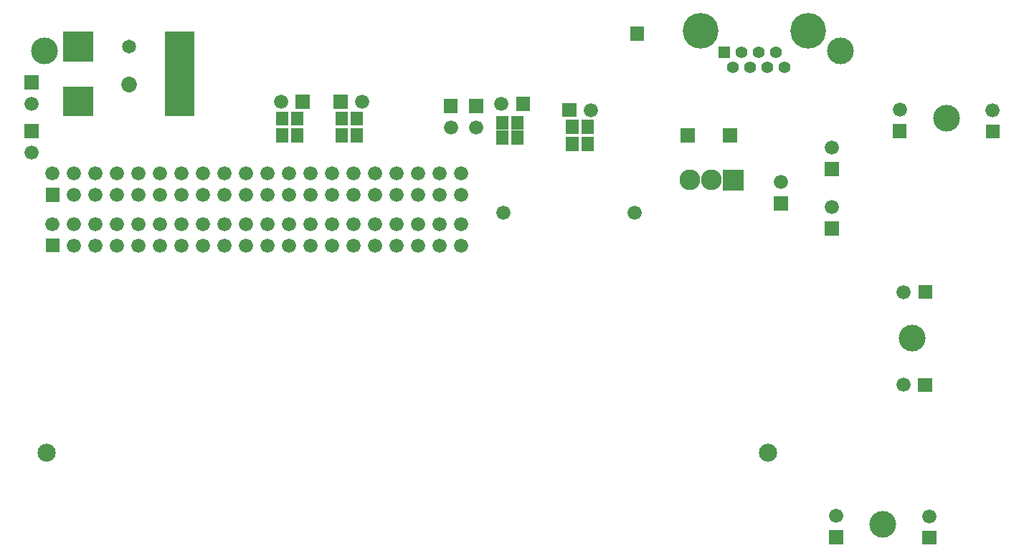
<source format=gbr>
G04 start of page 12 for group -4063 idx -4063 *
G04 Title: (unknown), componentmask *
G04 Creator: pcb 20140316 *
G04 CreationDate: Tue 28 Aug 2018 04:48:26 PM GMT UTC *
G04 For: cwispell *
G04 Format: Gerber/RS-274X *
G04 PCB-Dimensions (mil): 4685.04 2913.39 *
G04 PCB-Coordinate-Origin: lower left *
%MOIN*%
%FSLAX25Y25*%
%LNTOPMASK*%
%ADD155R,0.1381X0.1381*%
%ADD154R,0.0572X0.0572*%
%ADD153C,0.0847*%
%ADD152C,0.1241*%
%ADD151C,0.0560*%
%ADD150C,0.1660*%
%ADD149C,0.0960*%
%ADD148C,0.0660*%
%ADD147C,0.0651*%
%ADD146C,0.0729*%
%ADD145C,0.0001*%
G54D145*G36*
X146306Y251331D02*Y244731D01*
X152906D01*
Y251331D01*
X146306D01*
G37*
G54D146*X51181Y255906D03*
G54D147*Y273622D03*
G54D145*G36*
X128747Y251331D02*Y244731D01*
X135347D01*
Y251331D01*
X128747D01*
G37*
G54D148*X122047Y248031D03*
X159606D03*
G54D145*G36*
X2606Y260347D02*Y253747D01*
X9206D01*
Y260347D01*
X2606D01*
G37*
G54D148*X5906Y247047D03*
G54D145*G36*
X197487Y249363D02*Y242763D01*
X204087D01*
Y249363D01*
X197487D01*
G37*
G36*
X209298D02*Y242763D01*
X215898D01*
Y249363D01*
X209298D01*
G37*
G36*
X12448Y208024D02*Y201424D01*
X19048D01*
Y208024D01*
X12448D01*
G37*
G54D148*X25748Y204724D03*
X35748D03*
X15748Y214724D03*
X25748D03*
X35748D03*
X45748D03*
X55748D03*
X65748D03*
G54D145*G36*
X12448Y184402D02*Y177802D01*
X19048D01*
Y184402D01*
X12448D01*
G37*
G54D148*X15748Y191102D03*
X25748D03*
X35748D03*
G54D145*G36*
X2606Y237552D02*Y230952D01*
X9206D01*
Y237552D01*
X2606D01*
G37*
G54D148*X5906Y224252D03*
X75748Y214724D03*
X85748D03*
X95748D03*
X75748Y204724D03*
X85748D03*
X95748D03*
X105748Y214724D03*
X115748D03*
X125748D03*
X105748Y204724D03*
X115748D03*
X125748D03*
X135748D03*
Y214724D03*
X145748D03*
X155748D03*
X145748Y204724D03*
X155748D03*
X165748D03*
X175748D03*
X185748D03*
X195748D03*
X165748Y214724D03*
X175748D03*
X185748D03*
X195748D03*
X205748Y204724D03*
Y214724D03*
X200787Y236063D03*
X212598D03*
X45748Y204724D03*
X55748D03*
X65748D03*
X25748Y181102D03*
X35748D03*
X45748D03*
X55748D03*
X65748D03*
X75748D03*
X45748Y191102D03*
X55748D03*
X65748D03*
X75748D03*
X85748Y181102D03*
Y191102D03*
X95748D03*
X105748D03*
X95748Y181102D03*
X105748D03*
X115748D03*
X125748D03*
X135748D03*
X145748D03*
X115748Y191102D03*
X125748D03*
X135748D03*
X145748D03*
X155748Y181102D03*
X165748D03*
X175748D03*
X185748D03*
X195748D03*
X205748D03*
X155748Y191102D03*
X165748D03*
X175748D03*
X185748D03*
X195748D03*
X205748D03*
G54D145*G36*
X351031Y203930D02*Y197330D01*
X357631D01*
Y203930D01*
X351031D01*
G37*
G54D148*X354331Y210630D03*
G54D145*G36*
X374653Y192276D02*Y185676D01*
X381253D01*
Y192276D01*
X374653D01*
G37*
G54D148*X377953Y198976D03*
G54D145*G36*
X374653Y219835D02*Y213235D01*
X381253D01*
Y219835D01*
X374653D01*
G37*
G54D148*X377953Y226535D03*
G54D145*G36*
X327409Y235583D02*Y228983D01*
X334009D01*
Y235583D01*
X327409D01*
G37*
G36*
X327169Y216296D02*Y206696D01*
X336769D01*
Y216296D01*
X327169D01*
G37*
G54D149*X321969Y211496D03*
X311969D03*
G54D148*X225118Y196220D03*
X286142D03*
G54D145*G36*
X252606Y247394D02*Y240794D01*
X259206D01*
Y247394D01*
X252606D01*
G37*
G54D148*X265906Y244094D03*
G54D145*G36*
X231109Y250347D02*Y243747D01*
X237709D01*
Y250347D01*
X231109D01*
G37*
G54D148*X224409Y247047D03*
G54D145*G36*
X284102Y282828D02*Y276228D01*
X290702D01*
Y282828D01*
X284102D01*
G37*
G36*
X307724Y235583D02*Y228983D01*
X314324D01*
Y235583D01*
X307724D01*
G37*
G36*
X449456Y237394D02*Y230794D01*
X456056D01*
Y237394D01*
X449456D01*
G37*
G54D148*X452756Y244094D03*
G54D145*G36*
X406149Y237552D02*Y230952D01*
X412749D01*
Y237552D01*
X406149D01*
G37*
G54D148*X409449Y244252D03*
G54D150*X366946Y280939D03*
X316946D03*
G54D151*X351946Y270939D03*
X355946Y263939D03*
X347946D03*
X343946Y270939D03*
X335946D03*
G54D145*G36*
X325146Y273739D02*Y268139D01*
X330746D01*
Y273739D01*
X325146D01*
G37*
G54D151*X339946Y263939D03*
X331946D03*
G54D145*G36*
X419928Y48418D02*Y41818D01*
X426528D01*
Y48418D01*
X419928D01*
G37*
G54D148*X423228Y55118D03*
G54D145*G36*
X376621Y48576D02*Y41976D01*
X383221D01*
Y48576D01*
X376621D01*
G37*
G54D148*X379921Y55276D03*
G54D145*G36*
X418117Y162749D02*Y156149D01*
X424717D01*
Y162749D01*
X418117D01*
G37*
G54D148*X411417Y159449D03*
G54D145*G36*
X417960Y119442D02*Y112842D01*
X424560D01*
Y119442D01*
X417960D01*
G37*
G54D148*X411260Y116142D03*
G54D152*X11811Y271654D03*
G54D153*X348425Y84646D03*
X12795D03*
G54D152*X401575Y51181D03*
X415354Y137795D03*
X381890Y271654D03*
X431102Y240157D03*
G54D154*X224803Y238582D02*Y237796D01*
X231889Y238582D02*Y237796D01*
X224803Y231692D02*Y230906D01*
X231889Y231692D02*Y230906D01*
X264370Y236613D02*Y235827D01*
X257284Y236613D02*Y235827D01*
X264370Y228739D02*Y227953D01*
X257284Y228739D02*Y227953D01*
X157086Y240550D02*Y239764D01*
X150000Y240550D02*Y239764D01*
X122441Y240550D02*Y239764D01*
X129527Y240550D02*Y239764D01*
X157086Y232676D02*Y231890D01*
X150000Y232676D02*Y231890D01*
X122441Y232676D02*Y231890D01*
X129527Y232676D02*Y231890D01*
G54D145*G36*
X20654Y280528D02*Y266717D01*
X34465D01*
Y280528D01*
X20654D01*
G37*
G36*
Y254937D02*Y241126D01*
X34465D01*
Y254937D01*
X20654D01*
G37*
G54D155*X74803Y273622D02*Y248031D01*
M02*

</source>
